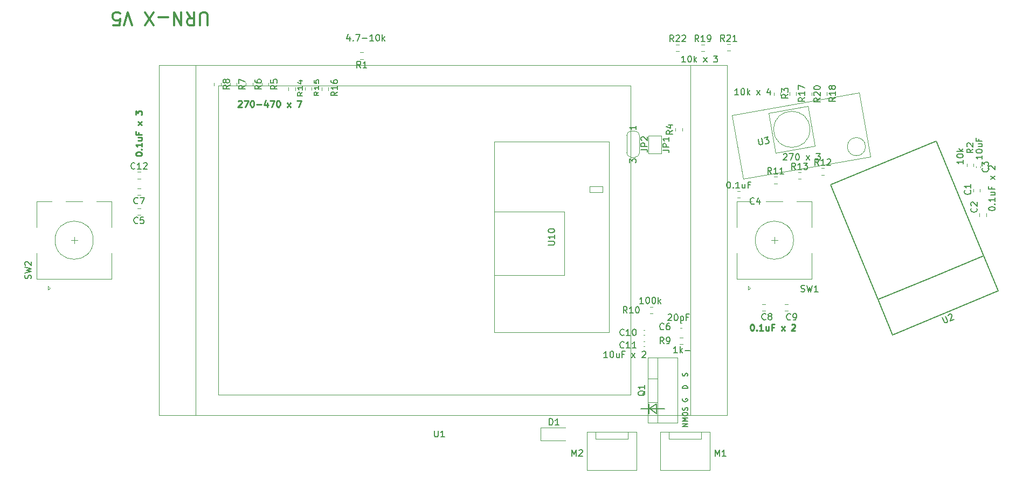
<source format=gbr>
G04 #@! TF.GenerationSoftware,KiCad,Pcbnew,5.1.9-73d0e3b20d~88~ubuntu20.04.1*
G04 #@! TF.CreationDate,2021-02-01T03:30:19+09:00*
G04 #@! TF.ProjectId,ESP32DUALDIAL,45535033-3244-4554-914c-4449414c2e6b,rev?*
G04 #@! TF.SameCoordinates,Original*
G04 #@! TF.FileFunction,Legend,Top*
G04 #@! TF.FilePolarity,Positive*
%FSLAX46Y46*%
G04 Gerber Fmt 4.6, Leading zero omitted, Abs format (unit mm)*
G04 Created by KiCad (PCBNEW 5.1.9-73d0e3b20d~88~ubuntu20.04.1) date 2021-02-01 03:30:19*
%MOMM*%
%LPD*%
G01*
G04 APERTURE LIST*
%ADD10C,0.300000*%
%ADD11C,0.150000*%
%ADD12C,0.200000*%
%ADD13C,0.250000*%
%ADD14C,0.120000*%
G04 APERTURE END LIST*
D10*
X80930952Y-76195238D02*
X80930952Y-74576190D01*
X80835714Y-74385714D01*
X80740476Y-74290476D01*
X80550000Y-74195238D01*
X80169047Y-74195238D01*
X79978571Y-74290476D01*
X79883333Y-74385714D01*
X79788095Y-74576190D01*
X79788095Y-76195238D01*
X77692857Y-74195238D02*
X78359523Y-75147619D01*
X78835714Y-74195238D02*
X78835714Y-76195238D01*
X78073809Y-76195238D01*
X77883333Y-76100000D01*
X77788095Y-76004761D01*
X77692857Y-75814285D01*
X77692857Y-75528571D01*
X77788095Y-75338095D01*
X77883333Y-75242857D01*
X78073809Y-75147619D01*
X78835714Y-75147619D01*
X76835714Y-74195238D02*
X76835714Y-76195238D01*
X75692857Y-74195238D01*
X75692857Y-76195238D01*
X74740476Y-74957142D02*
X73216666Y-74957142D01*
X72454761Y-76195238D02*
X71121428Y-74195238D01*
X71121428Y-76195238D02*
X72454761Y-74195238D01*
X69121428Y-76195238D02*
X68454761Y-74195238D01*
X67788095Y-76195238D01*
X66169047Y-76195238D02*
X67121428Y-76195238D01*
X67216666Y-75242857D01*
X67121428Y-75338095D01*
X66930952Y-75433333D01*
X66454761Y-75433333D01*
X66264285Y-75338095D01*
X66169047Y-75242857D01*
X66073809Y-75052380D01*
X66073809Y-74576190D01*
X66169047Y-74385714D01*
X66264285Y-74290476D01*
X66454761Y-74195238D01*
X66930952Y-74195238D01*
X67121428Y-74290476D01*
X67216666Y-74385714D01*
D11*
X164361904Y-87152380D02*
X163790476Y-87152380D01*
X164076190Y-87152380D02*
X164076190Y-86152380D01*
X163980952Y-86295238D01*
X163885714Y-86390476D01*
X163790476Y-86438095D01*
X164980952Y-86152380D02*
X165076190Y-86152380D01*
X165171428Y-86200000D01*
X165219047Y-86247619D01*
X165266666Y-86342857D01*
X165314285Y-86533333D01*
X165314285Y-86771428D01*
X165266666Y-86961904D01*
X165219047Y-87057142D01*
X165171428Y-87104761D01*
X165076190Y-87152380D01*
X164980952Y-87152380D01*
X164885714Y-87104761D01*
X164838095Y-87057142D01*
X164790476Y-86961904D01*
X164742857Y-86771428D01*
X164742857Y-86533333D01*
X164790476Y-86342857D01*
X164838095Y-86247619D01*
X164885714Y-86200000D01*
X164980952Y-86152380D01*
X165742857Y-87152380D02*
X165742857Y-86152380D01*
X165838095Y-86771428D02*
X166123809Y-87152380D01*
X166123809Y-86485714D02*
X165742857Y-86866666D01*
X167219047Y-87152380D02*
X167742857Y-86485714D01*
X167219047Y-86485714D02*
X167742857Y-87152380D01*
X169314285Y-86485714D02*
X169314285Y-87152380D01*
X169076190Y-86104761D02*
X168838095Y-86819047D01*
X169457142Y-86819047D01*
X156011904Y-82002380D02*
X155440476Y-82002380D01*
X155726190Y-82002380D02*
X155726190Y-81002380D01*
X155630952Y-81145238D01*
X155535714Y-81240476D01*
X155440476Y-81288095D01*
X156630952Y-81002380D02*
X156726190Y-81002380D01*
X156821428Y-81050000D01*
X156869047Y-81097619D01*
X156916666Y-81192857D01*
X156964285Y-81383333D01*
X156964285Y-81621428D01*
X156916666Y-81811904D01*
X156869047Y-81907142D01*
X156821428Y-81954761D01*
X156726190Y-82002380D01*
X156630952Y-82002380D01*
X156535714Y-81954761D01*
X156488095Y-81907142D01*
X156440476Y-81811904D01*
X156392857Y-81621428D01*
X156392857Y-81383333D01*
X156440476Y-81192857D01*
X156488095Y-81097619D01*
X156535714Y-81050000D01*
X156630952Y-81002380D01*
X157392857Y-82002380D02*
X157392857Y-81002380D01*
X157488095Y-81621428D02*
X157773809Y-82002380D01*
X157773809Y-81335714D02*
X157392857Y-81716666D01*
X158869047Y-82002380D02*
X159392857Y-81335714D01*
X158869047Y-81335714D02*
X159392857Y-82002380D01*
X160440476Y-81002380D02*
X161059523Y-81002380D01*
X160726190Y-81383333D01*
X160869047Y-81383333D01*
X160964285Y-81430952D01*
X161011904Y-81478571D01*
X161059523Y-81573809D01*
X161059523Y-81811904D01*
X161011904Y-81907142D01*
X160964285Y-81954761D01*
X160869047Y-82002380D01*
X160583333Y-82002380D01*
X160488095Y-81954761D01*
X160440476Y-81907142D01*
X171419047Y-96497619D02*
X171466666Y-96450000D01*
X171561904Y-96402380D01*
X171800000Y-96402380D01*
X171895238Y-96450000D01*
X171942857Y-96497619D01*
X171990476Y-96592857D01*
X171990476Y-96688095D01*
X171942857Y-96830952D01*
X171371428Y-97402380D01*
X171990476Y-97402380D01*
X172323809Y-96402380D02*
X172990476Y-96402380D01*
X172561904Y-97402380D01*
X173561904Y-96402380D02*
X173657142Y-96402380D01*
X173752380Y-96450000D01*
X173800000Y-96497619D01*
X173847619Y-96592857D01*
X173895238Y-96783333D01*
X173895238Y-97021428D01*
X173847619Y-97211904D01*
X173800000Y-97307142D01*
X173752380Y-97354761D01*
X173657142Y-97402380D01*
X173561904Y-97402380D01*
X173466666Y-97354761D01*
X173419047Y-97307142D01*
X173371428Y-97211904D01*
X173323809Y-97021428D01*
X173323809Y-96783333D01*
X173371428Y-96592857D01*
X173419047Y-96497619D01*
X173466666Y-96450000D01*
X173561904Y-96402380D01*
X174990476Y-97402380D02*
X175514285Y-96735714D01*
X174990476Y-96735714D02*
X175514285Y-97402380D01*
X176561904Y-96402380D02*
X177180952Y-96402380D01*
X176847619Y-96783333D01*
X176990476Y-96783333D01*
X177085714Y-96830952D01*
X177133333Y-96878571D01*
X177180952Y-96973809D01*
X177180952Y-97211904D01*
X177133333Y-97307142D01*
X177085714Y-97354761D01*
X176990476Y-97402380D01*
X176704761Y-97402380D01*
X176609523Y-97354761D01*
X176561904Y-97307142D01*
X149428571Y-119952380D02*
X148857142Y-119952380D01*
X149142857Y-119952380D02*
X149142857Y-118952380D01*
X149047619Y-119095238D01*
X148952380Y-119190476D01*
X148857142Y-119238095D01*
X150047619Y-118952380D02*
X150142857Y-118952380D01*
X150238095Y-119000000D01*
X150285714Y-119047619D01*
X150333333Y-119142857D01*
X150380952Y-119333333D01*
X150380952Y-119571428D01*
X150333333Y-119761904D01*
X150285714Y-119857142D01*
X150238095Y-119904761D01*
X150142857Y-119952380D01*
X150047619Y-119952380D01*
X149952380Y-119904761D01*
X149904761Y-119857142D01*
X149857142Y-119761904D01*
X149809523Y-119571428D01*
X149809523Y-119333333D01*
X149857142Y-119142857D01*
X149904761Y-119047619D01*
X149952380Y-119000000D01*
X150047619Y-118952380D01*
X151000000Y-118952380D02*
X151095238Y-118952380D01*
X151190476Y-119000000D01*
X151238095Y-119047619D01*
X151285714Y-119142857D01*
X151333333Y-119333333D01*
X151333333Y-119571428D01*
X151285714Y-119761904D01*
X151238095Y-119857142D01*
X151190476Y-119904761D01*
X151095238Y-119952380D01*
X151000000Y-119952380D01*
X150904761Y-119904761D01*
X150857142Y-119857142D01*
X150809523Y-119761904D01*
X150761904Y-119571428D01*
X150761904Y-119333333D01*
X150809523Y-119142857D01*
X150857142Y-119047619D01*
X150904761Y-119000000D01*
X151000000Y-118952380D01*
X151761904Y-119952380D02*
X151761904Y-118952380D01*
X151857142Y-119571428D02*
X152142857Y-119952380D01*
X152142857Y-119285714D02*
X151761904Y-119666666D01*
X156361904Y-139300000D02*
X155561904Y-139300000D01*
X156361904Y-138842857D01*
X155561904Y-138842857D01*
X156361904Y-138461904D02*
X155561904Y-138461904D01*
X156133333Y-138195238D01*
X155561904Y-137928571D01*
X156361904Y-137928571D01*
X155561904Y-137395238D02*
X155561904Y-137242857D01*
X155600000Y-137166666D01*
X155676190Y-137090476D01*
X155828571Y-137052380D01*
X156095238Y-137052380D01*
X156247619Y-137090476D01*
X156323809Y-137166666D01*
X156361904Y-137242857D01*
X156361904Y-137395238D01*
X156323809Y-137471428D01*
X156247619Y-137547619D01*
X156095238Y-137585714D01*
X155828571Y-137585714D01*
X155676190Y-137547619D01*
X155600000Y-137471428D01*
X155561904Y-137395238D01*
X156323809Y-136747619D02*
X156361904Y-136633333D01*
X156361904Y-136442857D01*
X156323809Y-136366666D01*
X156285714Y-136328571D01*
X156209523Y-136290476D01*
X156133333Y-136290476D01*
X156057142Y-136328571D01*
X156019047Y-136366666D01*
X155980952Y-136442857D01*
X155942857Y-136595238D01*
X155904761Y-136671428D01*
X155866666Y-136709523D01*
X155790476Y-136747619D01*
X155714285Y-136747619D01*
X155638095Y-136709523D01*
X155600000Y-136671428D01*
X155561904Y-136595238D01*
X155561904Y-136404761D01*
X155600000Y-136290476D01*
X155600000Y-134919047D02*
X155561904Y-134995238D01*
X155561904Y-135109523D01*
X155600000Y-135223809D01*
X155676190Y-135300000D01*
X155752380Y-135338095D01*
X155904761Y-135376190D01*
X156019047Y-135376190D01*
X156171428Y-135338095D01*
X156247619Y-135300000D01*
X156323809Y-135223809D01*
X156361904Y-135109523D01*
X156361904Y-135033333D01*
X156323809Y-134919047D01*
X156285714Y-134880952D01*
X156019047Y-134880952D01*
X156019047Y-135033333D01*
X156361904Y-133319047D02*
X155561904Y-133319047D01*
X155561904Y-133128571D01*
X155600000Y-133014285D01*
X155676190Y-132938095D01*
X155752380Y-132900000D01*
X155904761Y-132861904D01*
X156019047Y-132861904D01*
X156171428Y-132900000D01*
X156247619Y-132938095D01*
X156323809Y-133014285D01*
X156361904Y-133128571D01*
X156361904Y-133319047D01*
X156323809Y-131338095D02*
X156361904Y-131223809D01*
X156361904Y-131033333D01*
X156323809Y-130957142D01*
X156285714Y-130919047D01*
X156209523Y-130880952D01*
X156133333Y-130880952D01*
X156057142Y-130919047D01*
X156019047Y-130957142D01*
X155980952Y-131033333D01*
X155942857Y-131185714D01*
X155904761Y-131261904D01*
X155866666Y-131300000D01*
X155790476Y-131338095D01*
X155714285Y-131338095D01*
X155638095Y-131300000D01*
X155600000Y-131261904D01*
X155561904Y-131185714D01*
X155561904Y-130995238D01*
X155600000Y-130880952D01*
X149000000Y-136500000D02*
X152750000Y-136500000D01*
X151500000Y-137250000D02*
X150500000Y-136500000D01*
X151500000Y-135750000D02*
X151500000Y-137250000D01*
X150250000Y-136500000D02*
X151500000Y-135750000D01*
X150250000Y-135750000D02*
X150250000Y-137250000D01*
X143785714Y-128452380D02*
X143214285Y-128452380D01*
X143500000Y-128452380D02*
X143500000Y-127452380D01*
X143404761Y-127595238D01*
X143309523Y-127690476D01*
X143214285Y-127738095D01*
X144404761Y-127452380D02*
X144500000Y-127452380D01*
X144595238Y-127500000D01*
X144642857Y-127547619D01*
X144690476Y-127642857D01*
X144738095Y-127833333D01*
X144738095Y-128071428D01*
X144690476Y-128261904D01*
X144642857Y-128357142D01*
X144595238Y-128404761D01*
X144500000Y-128452380D01*
X144404761Y-128452380D01*
X144309523Y-128404761D01*
X144261904Y-128357142D01*
X144214285Y-128261904D01*
X144166666Y-128071428D01*
X144166666Y-127833333D01*
X144214285Y-127642857D01*
X144261904Y-127547619D01*
X144309523Y-127500000D01*
X144404761Y-127452380D01*
X145595238Y-127785714D02*
X145595238Y-128452380D01*
X145166666Y-127785714D02*
X145166666Y-128309523D01*
X145214285Y-128404761D01*
X145309523Y-128452380D01*
X145452380Y-128452380D01*
X145547619Y-128404761D01*
X145595238Y-128357142D01*
X146404761Y-127928571D02*
X146071428Y-127928571D01*
X146071428Y-128452380D02*
X146071428Y-127452380D01*
X146547619Y-127452380D01*
X147595238Y-128452380D02*
X148119047Y-127785714D01*
X147595238Y-127785714D02*
X148119047Y-128452380D01*
X149214285Y-127547619D02*
X149261904Y-127500000D01*
X149357142Y-127452380D01*
X149595238Y-127452380D01*
X149690476Y-127500000D01*
X149738095Y-127547619D01*
X149785714Y-127642857D01*
X149785714Y-127738095D01*
X149738095Y-127880952D01*
X149166666Y-128452380D01*
X149785714Y-128452380D01*
X153297142Y-121721619D02*
X153344761Y-121674000D01*
X153440000Y-121626380D01*
X153678095Y-121626380D01*
X153773333Y-121674000D01*
X153820952Y-121721619D01*
X153868571Y-121816857D01*
X153868571Y-121912095D01*
X153820952Y-122054952D01*
X153249523Y-122626380D01*
X153868571Y-122626380D01*
X154487619Y-121626380D02*
X154582857Y-121626380D01*
X154678095Y-121674000D01*
X154725714Y-121721619D01*
X154773333Y-121816857D01*
X154820952Y-122007333D01*
X154820952Y-122245428D01*
X154773333Y-122435904D01*
X154725714Y-122531142D01*
X154678095Y-122578761D01*
X154582857Y-122626380D01*
X154487619Y-122626380D01*
X154392380Y-122578761D01*
X154344761Y-122531142D01*
X154297142Y-122435904D01*
X154249523Y-122245428D01*
X154249523Y-122007333D01*
X154297142Y-121816857D01*
X154344761Y-121721619D01*
X154392380Y-121674000D01*
X154487619Y-121626380D01*
X155249523Y-121959714D02*
X155249523Y-122959714D01*
X155249523Y-122007333D02*
X155344761Y-121959714D01*
X155535238Y-121959714D01*
X155630476Y-122007333D01*
X155678095Y-122054952D01*
X155725714Y-122150190D01*
X155725714Y-122435904D01*
X155678095Y-122531142D01*
X155630476Y-122578761D01*
X155535238Y-122626380D01*
X155344761Y-122626380D01*
X155249523Y-122578761D01*
X156487619Y-122102571D02*
X156154285Y-122102571D01*
X156154285Y-122626380D02*
X156154285Y-121626380D01*
X156630476Y-121626380D01*
X154761904Y-127706380D02*
X154190476Y-127706380D01*
X154476190Y-127706380D02*
X154476190Y-126706380D01*
X154380952Y-126849238D01*
X154285714Y-126944476D01*
X154190476Y-126992095D01*
X155190476Y-127706380D02*
X155190476Y-126706380D01*
X155285714Y-127325428D02*
X155571428Y-127706380D01*
X155571428Y-127039714D02*
X155190476Y-127420666D01*
X156000000Y-127325428D02*
X156761904Y-127325428D01*
X103300000Y-77985714D02*
X103300000Y-78652380D01*
X103061904Y-77604761D02*
X102823809Y-78319047D01*
X103442857Y-78319047D01*
X103823809Y-78557142D02*
X103871428Y-78604761D01*
X103823809Y-78652380D01*
X103776190Y-78604761D01*
X103823809Y-78557142D01*
X103823809Y-78652380D01*
X104204761Y-77652380D02*
X104871428Y-77652380D01*
X104442857Y-78652380D01*
X105252380Y-78271428D02*
X106014285Y-78271428D01*
X107014285Y-78652380D02*
X106442857Y-78652380D01*
X106728571Y-78652380D02*
X106728571Y-77652380D01*
X106633333Y-77795238D01*
X106538095Y-77890476D01*
X106442857Y-77938095D01*
X107633333Y-77652380D02*
X107728571Y-77652380D01*
X107823809Y-77700000D01*
X107871428Y-77747619D01*
X107919047Y-77842857D01*
X107966666Y-78033333D01*
X107966666Y-78271428D01*
X107919047Y-78461904D01*
X107871428Y-78557142D01*
X107823809Y-78604761D01*
X107728571Y-78652380D01*
X107633333Y-78652380D01*
X107538095Y-78604761D01*
X107490476Y-78557142D01*
X107442857Y-78461904D01*
X107395238Y-78271428D01*
X107395238Y-78033333D01*
X107442857Y-77842857D01*
X107490476Y-77747619D01*
X107538095Y-77700000D01*
X107633333Y-77652380D01*
X108395238Y-78652380D02*
X108395238Y-77652380D01*
X108490476Y-78271428D02*
X108776190Y-78652380D01*
X108776190Y-77985714D02*
X108395238Y-78366666D01*
X199652380Y-97395238D02*
X199652380Y-97966666D01*
X199652380Y-97680952D02*
X198652380Y-97680952D01*
X198795238Y-97776190D01*
X198890476Y-97871428D01*
X198938095Y-97966666D01*
X198652380Y-96776190D02*
X198652380Y-96680952D01*
X198700000Y-96585714D01*
X198747619Y-96538095D01*
X198842857Y-96490476D01*
X199033333Y-96442857D01*
X199271428Y-96442857D01*
X199461904Y-96490476D01*
X199557142Y-96538095D01*
X199604761Y-96585714D01*
X199652380Y-96680952D01*
X199652380Y-96776190D01*
X199604761Y-96871428D01*
X199557142Y-96919047D01*
X199461904Y-96966666D01*
X199271428Y-97014285D01*
X199033333Y-97014285D01*
X198842857Y-96966666D01*
X198747619Y-96919047D01*
X198700000Y-96871428D01*
X198652380Y-96776190D01*
X199652380Y-96014285D02*
X198652380Y-96014285D01*
X199271428Y-95919047D02*
X199652380Y-95633333D01*
X198985714Y-95633333D02*
X199366666Y-96014285D01*
X202652380Y-96671428D02*
X202652380Y-97242857D01*
X202652380Y-96957142D02*
X201652380Y-96957142D01*
X201795238Y-97052380D01*
X201890476Y-97147619D01*
X201938095Y-97242857D01*
X201652380Y-96052380D02*
X201652380Y-95957142D01*
X201700000Y-95861904D01*
X201747619Y-95814285D01*
X201842857Y-95766666D01*
X202033333Y-95719047D01*
X202271428Y-95719047D01*
X202461904Y-95766666D01*
X202557142Y-95814285D01*
X202604761Y-95861904D01*
X202652380Y-95957142D01*
X202652380Y-96052380D01*
X202604761Y-96147619D01*
X202557142Y-96195238D01*
X202461904Y-96242857D01*
X202271428Y-96290476D01*
X202033333Y-96290476D01*
X201842857Y-96242857D01*
X201747619Y-96195238D01*
X201700000Y-96147619D01*
X201652380Y-96052380D01*
X201985714Y-94861904D02*
X202652380Y-94861904D01*
X201985714Y-95290476D02*
X202509523Y-95290476D01*
X202604761Y-95242857D01*
X202652380Y-95147619D01*
X202652380Y-95004761D01*
X202604761Y-94909523D01*
X202557142Y-94861904D01*
X202128571Y-94052380D02*
X202128571Y-94385714D01*
X202652380Y-94385714D02*
X201652380Y-94385714D01*
X201652380Y-93909523D01*
D12*
X203652380Y-105085714D02*
X203652380Y-104990476D01*
X203700000Y-104895238D01*
X203747619Y-104847619D01*
X203842857Y-104800000D01*
X204033333Y-104752380D01*
X204271428Y-104752380D01*
X204461904Y-104800000D01*
X204557142Y-104847619D01*
X204604761Y-104895238D01*
X204652380Y-104990476D01*
X204652380Y-105085714D01*
X204604761Y-105180952D01*
X204557142Y-105228571D01*
X204461904Y-105276190D01*
X204271428Y-105323809D01*
X204033333Y-105323809D01*
X203842857Y-105276190D01*
X203747619Y-105228571D01*
X203700000Y-105180952D01*
X203652380Y-105085714D01*
X204557142Y-104323809D02*
X204604761Y-104276190D01*
X204652380Y-104323809D01*
X204604761Y-104371428D01*
X204557142Y-104323809D01*
X204652380Y-104323809D01*
X204652380Y-103323809D02*
X204652380Y-103895238D01*
X204652380Y-103609523D02*
X203652380Y-103609523D01*
X203795238Y-103704761D01*
X203890476Y-103800000D01*
X203938095Y-103895238D01*
X203985714Y-102466666D02*
X204652380Y-102466666D01*
X203985714Y-102895238D02*
X204509523Y-102895238D01*
X204604761Y-102847619D01*
X204652380Y-102752380D01*
X204652380Y-102609523D01*
X204604761Y-102514285D01*
X204557142Y-102466666D01*
X204128571Y-101657142D02*
X204128571Y-101990476D01*
X204652380Y-101990476D02*
X203652380Y-101990476D01*
X203652380Y-101514285D01*
X204652380Y-100466666D02*
X203985714Y-99942857D01*
X203985714Y-100466666D02*
X204652380Y-99942857D01*
X203747619Y-98847619D02*
X203700000Y-98800000D01*
X203652380Y-98704761D01*
X203652380Y-98466666D01*
X203700000Y-98371428D01*
X203747619Y-98323809D01*
X203842857Y-98276190D01*
X203938095Y-98276190D01*
X204080952Y-98323809D01*
X204652380Y-98895238D01*
X204652380Y-98276190D01*
D13*
X166464285Y-123202380D02*
X166559523Y-123202380D01*
X166654761Y-123250000D01*
X166702380Y-123297619D01*
X166750000Y-123392857D01*
X166797619Y-123583333D01*
X166797619Y-123821428D01*
X166750000Y-124011904D01*
X166702380Y-124107142D01*
X166654761Y-124154761D01*
X166559523Y-124202380D01*
X166464285Y-124202380D01*
X166369047Y-124154761D01*
X166321428Y-124107142D01*
X166273809Y-124011904D01*
X166226190Y-123821428D01*
X166226190Y-123583333D01*
X166273809Y-123392857D01*
X166321428Y-123297619D01*
X166369047Y-123250000D01*
X166464285Y-123202380D01*
X167226190Y-124107142D02*
X167273809Y-124154761D01*
X167226190Y-124202380D01*
X167178571Y-124154761D01*
X167226190Y-124107142D01*
X167226190Y-124202380D01*
X168226190Y-124202380D02*
X167654761Y-124202380D01*
X167940476Y-124202380D02*
X167940476Y-123202380D01*
X167845238Y-123345238D01*
X167750000Y-123440476D01*
X167654761Y-123488095D01*
X169083333Y-123535714D02*
X169083333Y-124202380D01*
X168654761Y-123535714D02*
X168654761Y-124059523D01*
X168702380Y-124154761D01*
X168797619Y-124202380D01*
X168940476Y-124202380D01*
X169035714Y-124154761D01*
X169083333Y-124107142D01*
X169892857Y-123678571D02*
X169559523Y-123678571D01*
X169559523Y-124202380D02*
X169559523Y-123202380D01*
X170035714Y-123202380D01*
X171083333Y-124202380D02*
X171607142Y-123535714D01*
X171083333Y-123535714D02*
X171607142Y-124202380D01*
X172702380Y-123297619D02*
X172750000Y-123250000D01*
X172845238Y-123202380D01*
X173083333Y-123202380D01*
X173178571Y-123250000D01*
X173226190Y-123297619D01*
X173273809Y-123392857D01*
X173273809Y-123488095D01*
X173226190Y-123630952D01*
X172654761Y-124202380D01*
X173273809Y-124202380D01*
X85771428Y-88147619D02*
X85819047Y-88100000D01*
X85914285Y-88052380D01*
X86152380Y-88052380D01*
X86247619Y-88100000D01*
X86295238Y-88147619D01*
X86342857Y-88242857D01*
X86342857Y-88338095D01*
X86295238Y-88480952D01*
X85723809Y-89052380D01*
X86342857Y-89052380D01*
X86676190Y-88052380D02*
X87342857Y-88052380D01*
X86914285Y-89052380D01*
X87914285Y-88052380D02*
X88009523Y-88052380D01*
X88104761Y-88100000D01*
X88152380Y-88147619D01*
X88200000Y-88242857D01*
X88247619Y-88433333D01*
X88247619Y-88671428D01*
X88200000Y-88861904D01*
X88152380Y-88957142D01*
X88104761Y-89004761D01*
X88009523Y-89052380D01*
X87914285Y-89052380D01*
X87819047Y-89004761D01*
X87771428Y-88957142D01*
X87723809Y-88861904D01*
X87676190Y-88671428D01*
X87676190Y-88433333D01*
X87723809Y-88242857D01*
X87771428Y-88147619D01*
X87819047Y-88100000D01*
X87914285Y-88052380D01*
X88676190Y-88671428D02*
X89438095Y-88671428D01*
X90342857Y-88385714D02*
X90342857Y-89052380D01*
X90104761Y-88004761D02*
X89866666Y-88719047D01*
X90485714Y-88719047D01*
X90771428Y-88052380D02*
X91438095Y-88052380D01*
X91009523Y-89052380D01*
X92009523Y-88052380D02*
X92104761Y-88052380D01*
X92200000Y-88100000D01*
X92247619Y-88147619D01*
X92295238Y-88242857D01*
X92342857Y-88433333D01*
X92342857Y-88671428D01*
X92295238Y-88861904D01*
X92247619Y-88957142D01*
X92200000Y-89004761D01*
X92104761Y-89052380D01*
X92009523Y-89052380D01*
X91914285Y-89004761D01*
X91866666Y-88957142D01*
X91819047Y-88861904D01*
X91771428Y-88671428D01*
X91771428Y-88433333D01*
X91819047Y-88242857D01*
X91866666Y-88147619D01*
X91914285Y-88100000D01*
X92009523Y-88052380D01*
X93438095Y-89052380D02*
X93961904Y-88385714D01*
X93438095Y-88385714D02*
X93961904Y-89052380D01*
X95009523Y-88052380D02*
X95676190Y-88052380D01*
X95247619Y-89052380D01*
X69652380Y-96485714D02*
X69652380Y-96390476D01*
X69700000Y-96295238D01*
X69747619Y-96247619D01*
X69842857Y-96200000D01*
X70033333Y-96152380D01*
X70271428Y-96152380D01*
X70461904Y-96200000D01*
X70557142Y-96247619D01*
X70604761Y-96295238D01*
X70652380Y-96390476D01*
X70652380Y-96485714D01*
X70604761Y-96580952D01*
X70557142Y-96628571D01*
X70461904Y-96676190D01*
X70271428Y-96723809D01*
X70033333Y-96723809D01*
X69842857Y-96676190D01*
X69747619Y-96628571D01*
X69700000Y-96580952D01*
X69652380Y-96485714D01*
X70557142Y-95723809D02*
X70604761Y-95676190D01*
X70652380Y-95723809D01*
X70604761Y-95771428D01*
X70557142Y-95723809D01*
X70652380Y-95723809D01*
X70652380Y-94723809D02*
X70652380Y-95295238D01*
X70652380Y-95009523D02*
X69652380Y-95009523D01*
X69795238Y-95104761D01*
X69890476Y-95200000D01*
X69938095Y-95295238D01*
X69985714Y-93866666D02*
X70652380Y-93866666D01*
X69985714Y-94295238D02*
X70509523Y-94295238D01*
X70604761Y-94247619D01*
X70652380Y-94152380D01*
X70652380Y-94009523D01*
X70604761Y-93914285D01*
X70557142Y-93866666D01*
X70128571Y-93057142D02*
X70128571Y-93390476D01*
X70652380Y-93390476D02*
X69652380Y-93390476D01*
X69652380Y-92914285D01*
X70652380Y-91866666D02*
X69985714Y-91342857D01*
X69985714Y-91866666D02*
X70652380Y-91342857D01*
X69652380Y-90295238D02*
X69652380Y-89676190D01*
X70033333Y-90009523D01*
X70033333Y-89866666D01*
X70080952Y-89771428D01*
X70128571Y-89723809D01*
X70223809Y-89676190D01*
X70461904Y-89676190D01*
X70557142Y-89723809D01*
X70604761Y-89771428D01*
X70652380Y-89866666D01*
X70652380Y-90152380D01*
X70604761Y-90247619D01*
X70557142Y-90295238D01*
D11*
X186259109Y-119329970D02*
X194574025Y-115885819D01*
X188555210Y-124873247D02*
X186259109Y-119329970D01*
X205185042Y-117984946D02*
X188555210Y-124873247D01*
X202888941Y-112441668D02*
X205185042Y-117984946D01*
X194574025Y-115885819D02*
X202888941Y-112441668D01*
X178796782Y-101314319D02*
X186259109Y-119329970D01*
X195426614Y-94426018D02*
X178796782Y-101314319D01*
X202888941Y-112441668D02*
X195426614Y-94426018D01*
D14*
X162600000Y-137500000D02*
X162600000Y-82500000D01*
X162600000Y-82500000D02*
X73300000Y-82500000D01*
X73300000Y-82500000D02*
X73300000Y-137500000D01*
X73300000Y-137500000D02*
X162600000Y-137500000D01*
X156800000Y-137500000D02*
X156800000Y-82500000D01*
X79100000Y-137500000D02*
X79100000Y-82500000D01*
X82600000Y-85700000D02*
X82600000Y-134300000D01*
X147400000Y-85700000D02*
X147400000Y-134300000D01*
X147400000Y-85700000D02*
X82600000Y-85700000D01*
X82600000Y-134300000D02*
X147400000Y-134300000D01*
X202272500Y-101937742D02*
X202272500Y-102412258D01*
X201227500Y-101937742D02*
X201227500Y-102412258D01*
X203272500Y-106237258D02*
X203272500Y-105762742D01*
X202227500Y-106237258D02*
X202227500Y-105762742D01*
X202360000Y-98372164D02*
X202360000Y-98587836D01*
X201640000Y-98372164D02*
X201640000Y-98587836D01*
X155196164Y-123780000D02*
X155411836Y-123780000D01*
X155196164Y-123060000D02*
X155411836Y-123060000D01*
X150146000Y-131753000D02*
X151656000Y-131753000D01*
X150146000Y-135454000D02*
X151656000Y-135454000D01*
X151656000Y-138724000D02*
X151656000Y-128484000D01*
X150146000Y-128484000D02*
X154787000Y-128484000D01*
X150146000Y-138724000D02*
X154787000Y-138724000D01*
X154787000Y-138724000D02*
X154787000Y-128484000D01*
X150146000Y-138724000D02*
X150146000Y-128484000D01*
X105412258Y-80477500D02*
X104937742Y-80477500D01*
X105412258Y-81522500D02*
X104937742Y-81522500D01*
X201272500Y-97937742D02*
X201272500Y-98412258D01*
X200227500Y-97937742D02*
X200227500Y-98412258D01*
X170972500Y-87237258D02*
X170972500Y-86762742D01*
X169927500Y-87237258D02*
X169927500Y-86762742D01*
X89477500Y-85262742D02*
X89477500Y-85737258D01*
X90522500Y-85262742D02*
X90522500Y-85737258D01*
X88022500Y-85262742D02*
X88022500Y-85737258D01*
X86977500Y-85262742D02*
X86977500Y-85737258D01*
X84477500Y-85262742D02*
X84477500Y-85737258D01*
X85522500Y-85262742D02*
X85522500Y-85737258D01*
X83022500Y-85237742D02*
X83022500Y-85712258D01*
X81977500Y-85237742D02*
X81977500Y-85712258D01*
X155121742Y-126342500D02*
X155596258Y-126342500D01*
X155121742Y-125297500D02*
X155596258Y-125297500D01*
X150437742Y-121522500D02*
X150912258Y-121522500D01*
X150437742Y-120477500D02*
X150912258Y-120477500D01*
X173000000Y-110000000D02*
G75*
G03*
X173000000Y-110000000I-3000000J0D01*
G01*
X164100000Y-108000000D02*
X164100000Y-103900000D01*
X175900000Y-103900000D02*
X175900000Y-108000000D01*
X175900000Y-112000000D02*
X175900000Y-116100000D01*
X164100000Y-112000000D02*
X164100000Y-116100000D01*
X164100000Y-116100000D02*
X175900000Y-116100000D01*
X166200000Y-117500000D02*
X165900000Y-117800000D01*
X165900000Y-117800000D02*
X165900000Y-117200000D01*
X165900000Y-117200000D02*
X166200000Y-117500000D01*
X164100000Y-103900000D02*
X166500000Y-103900000D01*
X168700000Y-103900000D02*
X171300000Y-103900000D01*
X173500000Y-103900000D02*
X175900000Y-103900000D01*
X169500000Y-110000000D02*
X170500000Y-110000000D01*
X170000000Y-110500000D02*
X170000000Y-109500000D01*
X60000000Y-110500000D02*
X60000000Y-109500000D01*
X59500000Y-110000000D02*
X60500000Y-110000000D01*
X63500000Y-103900000D02*
X65900000Y-103900000D01*
X58700000Y-103900000D02*
X61300000Y-103900000D01*
X54100000Y-103900000D02*
X56500000Y-103900000D01*
X55900000Y-117200000D02*
X56200000Y-117500000D01*
X55900000Y-117800000D02*
X55900000Y-117200000D01*
X56200000Y-117500000D02*
X55900000Y-117800000D01*
X54100000Y-116100000D02*
X65900000Y-116100000D01*
X54100000Y-112000000D02*
X54100000Y-116100000D01*
X65900000Y-112000000D02*
X65900000Y-116100000D01*
X65900000Y-103900000D02*
X65900000Y-108000000D01*
X54100000Y-108000000D02*
X54100000Y-103900000D01*
X63000000Y-110000000D02*
G75*
G03*
X63000000Y-110000000I-3000000J0D01*
G01*
X152200000Y-93600000D02*
X152200000Y-96400000D01*
X152200000Y-96400000D02*
X150200000Y-96400000D01*
X150200000Y-96400000D02*
X150200000Y-93600000D01*
X150200000Y-93600000D02*
X152200000Y-93600000D01*
X148800000Y-93500000D02*
X148800000Y-96300000D01*
X148100000Y-96950000D02*
X147500000Y-96950000D01*
X146800000Y-96300000D02*
X146800000Y-93500000D01*
X147500000Y-92850000D02*
X148100000Y-92850000D01*
X148800000Y-96250000D02*
G75*
G02*
X148100000Y-96950000I-700000J0D01*
G01*
X147500000Y-96950000D02*
G75*
G02*
X146800000Y-96250000I0J700000D01*
G01*
X146800000Y-93550000D02*
G75*
G02*
X147500000Y-92850000I700000J0D01*
G01*
X148100000Y-92850000D02*
G75*
G02*
X148800000Y-93550000I0J-700000D01*
G01*
X155522500Y-92837258D02*
X155522500Y-92362742D01*
X154477500Y-92837258D02*
X154477500Y-92362742D01*
X170153329Y-96247925D02*
X169050663Y-89994396D01*
X176406859Y-95145259D02*
X170153329Y-96247925D01*
X175304193Y-88891730D02*
X176406859Y-95145259D01*
X169050663Y-89994396D02*
X175304193Y-88891730D01*
X175568568Y-92569827D02*
G75*
G03*
X175568568Y-92569827I-2839807J0D01*
G01*
X184300824Y-95293299D02*
G75*
G03*
X184300824Y-95293299I-1419903J0D01*
G01*
X183323514Y-86832911D02*
X163312220Y-90361442D01*
X185087780Y-96838558D02*
X183323514Y-86832911D01*
X165076486Y-100367089D02*
X185087780Y-96838558D01*
X163312220Y-90361442D02*
X165076486Y-100367089D01*
X164637258Y-103322500D02*
X164162742Y-103322500D01*
X164637258Y-102277500D02*
X164162742Y-102277500D01*
X70412258Y-104977500D02*
X69937742Y-104977500D01*
X70412258Y-106022500D02*
X69937742Y-106022500D01*
X70412258Y-102922500D02*
X69937742Y-102922500D01*
X70412258Y-101877500D02*
X69937742Y-101877500D01*
X168062742Y-121122500D02*
X168537258Y-121122500D01*
X168062742Y-120077500D02*
X168537258Y-120077500D01*
X172137258Y-120077500D02*
X171662742Y-120077500D01*
X172137258Y-121122500D02*
X171662742Y-121122500D01*
X149412164Y-124172000D02*
X149627836Y-124172000D01*
X149412164Y-124892000D02*
X149627836Y-124892000D01*
X149627836Y-125950000D02*
X149412164Y-125950000D01*
X149627836Y-126670000D02*
X149412164Y-126670000D01*
X133300000Y-139500000D02*
X137150000Y-139500000D01*
X133300000Y-141500000D02*
X137150000Y-141500000D01*
X133300000Y-139500000D02*
X133300000Y-141500000D01*
X69962742Y-100322500D02*
X70437258Y-100322500D01*
X69962742Y-99277500D02*
X70437258Y-99277500D01*
X144000000Y-94500000D02*
X144000000Y-124500000D01*
X144000000Y-124500000D02*
X126000000Y-124500000D01*
X126000000Y-124500000D02*
X126000000Y-94500000D01*
X126000000Y-94500000D02*
X144000000Y-94500000D01*
X144000000Y-94500000D02*
X144000000Y-124500000D01*
X141000000Y-101500000D02*
X141000000Y-102500000D01*
X141000000Y-102500000D02*
X143000000Y-102500000D01*
X143000000Y-102500000D02*
X143000000Y-101500000D01*
X143000000Y-101500000D02*
X141000000Y-101500000D01*
X126000000Y-105500000D02*
X137000000Y-105500000D01*
X137000000Y-105500000D02*
X137000000Y-115500000D01*
X137000000Y-115500000D02*
X126000000Y-115500000D01*
X159850000Y-140100000D02*
X159850000Y-146150000D01*
X159850000Y-146150000D02*
X152050000Y-146150000D01*
X152050000Y-146150000D02*
X152050000Y-140100000D01*
X152050000Y-140100000D02*
X159850000Y-140100000D01*
X158500000Y-140200000D02*
X158500000Y-141210000D01*
X158500000Y-141210000D02*
X153420000Y-141210000D01*
X153420000Y-141210000D02*
X153420000Y-140200000D01*
X141920000Y-141210000D02*
X141920000Y-140200000D01*
X147000000Y-141210000D02*
X141920000Y-141210000D01*
X147000000Y-140200000D02*
X147000000Y-141210000D01*
X140550000Y-140100000D02*
X148350000Y-140100000D01*
X140550000Y-146150000D02*
X140550000Y-140100000D01*
X148350000Y-146150000D02*
X140550000Y-146150000D01*
X148350000Y-140100000D02*
X148350000Y-146150000D01*
X169937742Y-101072500D02*
X170412258Y-101072500D01*
X169937742Y-100027500D02*
X170412258Y-100027500D01*
X173712742Y-100372500D02*
X174187258Y-100372500D01*
X173712742Y-99327500D02*
X174187258Y-99327500D01*
X93677500Y-86437258D02*
X93677500Y-85962742D01*
X94722500Y-86437258D02*
X94722500Y-85962742D01*
X97322500Y-86412258D02*
X97322500Y-85937742D01*
X96277500Y-86412258D02*
X96277500Y-85937742D01*
X98877500Y-86437258D02*
X98877500Y-85962742D01*
X99922500Y-86437258D02*
X99922500Y-85962742D01*
X173422500Y-86712742D02*
X173422500Y-87187258D01*
X172377500Y-86712742D02*
X172377500Y-87187258D01*
X177177500Y-86712742D02*
X177177500Y-87187258D01*
X178222500Y-86712742D02*
X178222500Y-87187258D01*
X158512742Y-80272500D02*
X158987258Y-80272500D01*
X158512742Y-79227500D02*
X158987258Y-79227500D01*
X175822500Y-86762742D02*
X175822500Y-87237258D01*
X174777500Y-86762742D02*
X174777500Y-87237258D01*
X162562742Y-79177500D02*
X163037258Y-79177500D01*
X162562742Y-80222500D02*
X163037258Y-80222500D01*
X154562742Y-80272500D02*
X155037258Y-80272500D01*
X154562742Y-79227500D02*
X155037258Y-79227500D01*
X177362742Y-99722500D02*
X177837258Y-99722500D01*
X177362742Y-98677500D02*
X177837258Y-98677500D01*
D11*
X196339336Y-122138610D02*
X196649127Y-122886512D01*
X196729567Y-122956278D01*
X196791784Y-122982049D01*
X196897996Y-122989597D01*
X197073973Y-122916705D01*
X197143739Y-122836265D01*
X197169510Y-122774048D01*
X197177058Y-122667836D01*
X196867267Y-121919934D01*
X197299661Y-121843915D02*
X197325432Y-121781698D01*
X197395198Y-121701257D01*
X197615169Y-121610142D01*
X197721381Y-121617690D01*
X197783598Y-121643462D01*
X197864038Y-121713227D01*
X197900484Y-121801216D01*
X197911159Y-121951422D01*
X197601904Y-122698029D01*
X198173830Y-122461130D01*
X116598095Y-139932380D02*
X116598095Y-140741904D01*
X116645714Y-140837142D01*
X116693333Y-140884761D01*
X116788571Y-140932380D01*
X116979047Y-140932380D01*
X117074285Y-140884761D01*
X117121904Y-140837142D01*
X117169523Y-140741904D01*
X117169523Y-139932380D01*
X118169523Y-140932380D02*
X117598095Y-140932380D01*
X117883809Y-140932380D02*
X117883809Y-139932380D01*
X117788571Y-140075238D01*
X117693333Y-140170476D01*
X117598095Y-140218095D01*
X200757142Y-102166666D02*
X200804761Y-102214285D01*
X200852380Y-102357142D01*
X200852380Y-102452380D01*
X200804761Y-102595238D01*
X200709523Y-102690476D01*
X200614285Y-102738095D01*
X200423809Y-102785714D01*
X200280952Y-102785714D01*
X200090476Y-102738095D01*
X199995238Y-102690476D01*
X199900000Y-102595238D01*
X199852380Y-102452380D01*
X199852380Y-102357142D01*
X199900000Y-102214285D01*
X199947619Y-102166666D01*
X200852380Y-101214285D02*
X200852380Y-101785714D01*
X200852380Y-101500000D02*
X199852380Y-101500000D01*
X199995238Y-101595238D01*
X200090476Y-101690476D01*
X200138095Y-101785714D01*
X201757142Y-104966666D02*
X201804761Y-105014285D01*
X201852380Y-105157142D01*
X201852380Y-105252380D01*
X201804761Y-105395238D01*
X201709523Y-105490476D01*
X201614285Y-105538095D01*
X201423809Y-105585714D01*
X201280952Y-105585714D01*
X201090476Y-105538095D01*
X200995238Y-105490476D01*
X200900000Y-105395238D01*
X200852380Y-105252380D01*
X200852380Y-105157142D01*
X200900000Y-105014285D01*
X200947619Y-104966666D01*
X200947619Y-104585714D02*
X200900000Y-104538095D01*
X200852380Y-104442857D01*
X200852380Y-104204761D01*
X200900000Y-104109523D01*
X200947619Y-104061904D01*
X201042857Y-104014285D01*
X201138095Y-104014285D01*
X201280952Y-104061904D01*
X201852380Y-104633333D01*
X201852380Y-104014285D01*
X203517142Y-98646666D02*
X203564761Y-98694285D01*
X203612380Y-98837142D01*
X203612380Y-98932380D01*
X203564761Y-99075238D01*
X203469523Y-99170476D01*
X203374285Y-99218095D01*
X203183809Y-99265714D01*
X203040952Y-99265714D01*
X202850476Y-99218095D01*
X202755238Y-99170476D01*
X202660000Y-99075238D01*
X202612380Y-98932380D01*
X202612380Y-98837142D01*
X202660000Y-98694285D01*
X202707619Y-98646666D01*
X202612380Y-98313333D02*
X202612380Y-97694285D01*
X202993333Y-98027619D01*
X202993333Y-97884761D01*
X203040952Y-97789523D01*
X203088571Y-97741904D01*
X203183809Y-97694285D01*
X203421904Y-97694285D01*
X203517142Y-97741904D01*
X203564761Y-97789523D01*
X203612380Y-97884761D01*
X203612380Y-98170476D01*
X203564761Y-98265714D01*
X203517142Y-98313333D01*
X152617333Y-123977142D02*
X152569714Y-124024761D01*
X152426857Y-124072380D01*
X152331619Y-124072380D01*
X152188761Y-124024761D01*
X152093523Y-123929523D01*
X152045904Y-123834285D01*
X151998285Y-123643809D01*
X151998285Y-123500952D01*
X152045904Y-123310476D01*
X152093523Y-123215238D01*
X152188761Y-123120000D01*
X152331619Y-123072380D01*
X152426857Y-123072380D01*
X152569714Y-123120000D01*
X152617333Y-123167619D01*
X153474476Y-123072380D02*
X153284000Y-123072380D01*
X153188761Y-123120000D01*
X153141142Y-123167619D01*
X153045904Y-123310476D01*
X152998285Y-123500952D01*
X152998285Y-123881904D01*
X153045904Y-123977142D01*
X153093523Y-124024761D01*
X153188761Y-124072380D01*
X153379238Y-124072380D01*
X153474476Y-124024761D01*
X153522095Y-123977142D01*
X153569714Y-123881904D01*
X153569714Y-123643809D01*
X153522095Y-123548571D01*
X153474476Y-123500952D01*
X153379238Y-123453333D01*
X153188761Y-123453333D01*
X153093523Y-123500952D01*
X153045904Y-123548571D01*
X152998285Y-123643809D01*
X149693619Y-133699238D02*
X149646000Y-133794476D01*
X149550761Y-133889714D01*
X149407904Y-134032571D01*
X149360285Y-134127809D01*
X149360285Y-134223047D01*
X149598380Y-134175428D02*
X149550761Y-134270666D01*
X149455523Y-134365904D01*
X149265047Y-134413523D01*
X148931714Y-134413523D01*
X148741238Y-134365904D01*
X148646000Y-134270666D01*
X148598380Y-134175428D01*
X148598380Y-133984952D01*
X148646000Y-133889714D01*
X148741238Y-133794476D01*
X148931714Y-133746857D01*
X149265047Y-133746857D01*
X149455523Y-133794476D01*
X149550761Y-133889714D01*
X149598380Y-133984952D01*
X149598380Y-134175428D01*
X149598380Y-132794476D02*
X149598380Y-133365904D01*
X149598380Y-133080190D02*
X148598380Y-133080190D01*
X148741238Y-133175428D01*
X148836476Y-133270666D01*
X148884095Y-133365904D01*
X105008333Y-82882380D02*
X104675000Y-82406190D01*
X104436904Y-82882380D02*
X104436904Y-81882380D01*
X104817857Y-81882380D01*
X104913095Y-81930000D01*
X104960714Y-81977619D01*
X105008333Y-82072857D01*
X105008333Y-82215714D01*
X104960714Y-82310952D01*
X104913095Y-82358571D01*
X104817857Y-82406190D01*
X104436904Y-82406190D01*
X105960714Y-82882380D02*
X105389285Y-82882380D01*
X105675000Y-82882380D02*
X105675000Y-81882380D01*
X105579761Y-82025238D01*
X105484523Y-82120476D01*
X105389285Y-82168095D01*
X201202380Y-95666666D02*
X200726190Y-96000000D01*
X201202380Y-96238095D02*
X200202380Y-96238095D01*
X200202380Y-95857142D01*
X200250000Y-95761904D01*
X200297619Y-95714285D01*
X200392857Y-95666666D01*
X200535714Y-95666666D01*
X200630952Y-95714285D01*
X200678571Y-95761904D01*
X200726190Y-95857142D01*
X200726190Y-96238095D01*
X200297619Y-95285714D02*
X200250000Y-95238095D01*
X200202380Y-95142857D01*
X200202380Y-94904761D01*
X200250000Y-94809523D01*
X200297619Y-94761904D01*
X200392857Y-94714285D01*
X200488095Y-94714285D01*
X200630952Y-94761904D01*
X201202380Y-95333333D01*
X201202380Y-94714285D01*
X172152380Y-87066666D02*
X171676190Y-87400000D01*
X172152380Y-87638095D02*
X171152380Y-87638095D01*
X171152380Y-87257142D01*
X171200000Y-87161904D01*
X171247619Y-87114285D01*
X171342857Y-87066666D01*
X171485714Y-87066666D01*
X171580952Y-87114285D01*
X171628571Y-87161904D01*
X171676190Y-87257142D01*
X171676190Y-87638095D01*
X171152380Y-86733333D02*
X171152380Y-86114285D01*
X171533333Y-86447619D01*
X171533333Y-86304761D01*
X171580952Y-86209523D01*
X171628571Y-86161904D01*
X171723809Y-86114285D01*
X171961904Y-86114285D01*
X172057142Y-86161904D01*
X172104761Y-86209523D01*
X172152380Y-86304761D01*
X172152380Y-86590476D01*
X172104761Y-86685714D01*
X172057142Y-86733333D01*
X91882380Y-85666666D02*
X91406190Y-86000000D01*
X91882380Y-86238095D02*
X90882380Y-86238095D01*
X90882380Y-85857142D01*
X90930000Y-85761904D01*
X90977619Y-85714285D01*
X91072857Y-85666666D01*
X91215714Y-85666666D01*
X91310952Y-85714285D01*
X91358571Y-85761904D01*
X91406190Y-85857142D01*
X91406190Y-86238095D01*
X90882380Y-84761904D02*
X90882380Y-85238095D01*
X91358571Y-85285714D01*
X91310952Y-85238095D01*
X91263333Y-85142857D01*
X91263333Y-84904761D01*
X91310952Y-84809523D01*
X91358571Y-84761904D01*
X91453809Y-84714285D01*
X91691904Y-84714285D01*
X91787142Y-84761904D01*
X91834761Y-84809523D01*
X91882380Y-84904761D01*
X91882380Y-85142857D01*
X91834761Y-85238095D01*
X91787142Y-85285714D01*
X89382380Y-85666666D02*
X88906190Y-86000000D01*
X89382380Y-86238095D02*
X88382380Y-86238095D01*
X88382380Y-85857142D01*
X88430000Y-85761904D01*
X88477619Y-85714285D01*
X88572857Y-85666666D01*
X88715714Y-85666666D01*
X88810952Y-85714285D01*
X88858571Y-85761904D01*
X88906190Y-85857142D01*
X88906190Y-86238095D01*
X88382380Y-84809523D02*
X88382380Y-85000000D01*
X88430000Y-85095238D01*
X88477619Y-85142857D01*
X88620476Y-85238095D01*
X88810952Y-85285714D01*
X89191904Y-85285714D01*
X89287142Y-85238095D01*
X89334761Y-85190476D01*
X89382380Y-85095238D01*
X89382380Y-84904761D01*
X89334761Y-84809523D01*
X89287142Y-84761904D01*
X89191904Y-84714285D01*
X88953809Y-84714285D01*
X88858571Y-84761904D01*
X88810952Y-84809523D01*
X88763333Y-84904761D01*
X88763333Y-85095238D01*
X88810952Y-85190476D01*
X88858571Y-85238095D01*
X88953809Y-85285714D01*
X86882380Y-85666666D02*
X86406190Y-86000000D01*
X86882380Y-86238095D02*
X85882380Y-86238095D01*
X85882380Y-85857142D01*
X85930000Y-85761904D01*
X85977619Y-85714285D01*
X86072857Y-85666666D01*
X86215714Y-85666666D01*
X86310952Y-85714285D01*
X86358571Y-85761904D01*
X86406190Y-85857142D01*
X86406190Y-86238095D01*
X85882380Y-85333333D02*
X85882380Y-84666666D01*
X86882380Y-85095238D01*
X84382380Y-85641666D02*
X83906190Y-85975000D01*
X84382380Y-86213095D02*
X83382380Y-86213095D01*
X83382380Y-85832142D01*
X83430000Y-85736904D01*
X83477619Y-85689285D01*
X83572857Y-85641666D01*
X83715714Y-85641666D01*
X83810952Y-85689285D01*
X83858571Y-85736904D01*
X83906190Y-85832142D01*
X83906190Y-86213095D01*
X83810952Y-85070238D02*
X83763333Y-85165476D01*
X83715714Y-85213095D01*
X83620476Y-85260714D01*
X83572857Y-85260714D01*
X83477619Y-85213095D01*
X83430000Y-85165476D01*
X83382380Y-85070238D01*
X83382380Y-84879761D01*
X83430000Y-84784523D01*
X83477619Y-84736904D01*
X83572857Y-84689285D01*
X83620476Y-84689285D01*
X83715714Y-84736904D01*
X83763333Y-84784523D01*
X83810952Y-84879761D01*
X83810952Y-85070238D01*
X83858571Y-85165476D01*
X83906190Y-85213095D01*
X84001428Y-85260714D01*
X84191904Y-85260714D01*
X84287142Y-85213095D01*
X84334761Y-85165476D01*
X84382380Y-85070238D01*
X84382380Y-84879761D01*
X84334761Y-84784523D01*
X84287142Y-84736904D01*
X84191904Y-84689285D01*
X84001428Y-84689285D01*
X83906190Y-84736904D01*
X83858571Y-84784523D01*
X83810952Y-84879761D01*
X152617333Y-126272380D02*
X152284000Y-125796190D01*
X152045904Y-126272380D02*
X152045904Y-125272380D01*
X152426857Y-125272380D01*
X152522095Y-125320000D01*
X152569714Y-125367619D01*
X152617333Y-125462857D01*
X152617333Y-125605714D01*
X152569714Y-125700952D01*
X152522095Y-125748571D01*
X152426857Y-125796190D01*
X152045904Y-125796190D01*
X153093523Y-126272380D02*
X153284000Y-126272380D01*
X153379238Y-126224761D01*
X153426857Y-126177142D01*
X153522095Y-126034285D01*
X153569714Y-125843809D01*
X153569714Y-125462857D01*
X153522095Y-125367619D01*
X153474476Y-125320000D01*
X153379238Y-125272380D01*
X153188761Y-125272380D01*
X153093523Y-125320000D01*
X153045904Y-125367619D01*
X152998285Y-125462857D01*
X152998285Y-125700952D01*
X153045904Y-125796190D01*
X153093523Y-125843809D01*
X153188761Y-125891428D01*
X153379238Y-125891428D01*
X153474476Y-125843809D01*
X153522095Y-125796190D01*
X153569714Y-125700952D01*
X146857142Y-121452380D02*
X146523809Y-120976190D01*
X146285714Y-121452380D02*
X146285714Y-120452380D01*
X146666666Y-120452380D01*
X146761904Y-120500000D01*
X146809523Y-120547619D01*
X146857142Y-120642857D01*
X146857142Y-120785714D01*
X146809523Y-120880952D01*
X146761904Y-120928571D01*
X146666666Y-120976190D01*
X146285714Y-120976190D01*
X147809523Y-121452380D02*
X147238095Y-121452380D01*
X147523809Y-121452380D02*
X147523809Y-120452380D01*
X147428571Y-120595238D01*
X147333333Y-120690476D01*
X147238095Y-120738095D01*
X148428571Y-120452380D02*
X148523809Y-120452380D01*
X148619047Y-120500000D01*
X148666666Y-120547619D01*
X148714285Y-120642857D01*
X148761904Y-120833333D01*
X148761904Y-121071428D01*
X148714285Y-121261904D01*
X148666666Y-121357142D01*
X148619047Y-121404761D01*
X148523809Y-121452380D01*
X148428571Y-121452380D01*
X148333333Y-121404761D01*
X148285714Y-121357142D01*
X148238095Y-121261904D01*
X148190476Y-121071428D01*
X148190476Y-120833333D01*
X148238095Y-120642857D01*
X148285714Y-120547619D01*
X148333333Y-120500000D01*
X148428571Y-120452380D01*
X174166666Y-118054761D02*
X174309523Y-118102380D01*
X174547619Y-118102380D01*
X174642857Y-118054761D01*
X174690476Y-118007142D01*
X174738095Y-117911904D01*
X174738095Y-117816666D01*
X174690476Y-117721428D01*
X174642857Y-117673809D01*
X174547619Y-117626190D01*
X174357142Y-117578571D01*
X174261904Y-117530952D01*
X174214285Y-117483333D01*
X174166666Y-117388095D01*
X174166666Y-117292857D01*
X174214285Y-117197619D01*
X174261904Y-117150000D01*
X174357142Y-117102380D01*
X174595238Y-117102380D01*
X174738095Y-117150000D01*
X175071428Y-117102380D02*
X175309523Y-118102380D01*
X175500000Y-117388095D01*
X175690476Y-118102380D01*
X175928571Y-117102380D01*
X176833333Y-118102380D02*
X176261904Y-118102380D01*
X176547619Y-118102380D02*
X176547619Y-117102380D01*
X176452380Y-117245238D01*
X176357142Y-117340476D01*
X176261904Y-117388095D01*
X53204761Y-116033333D02*
X53252380Y-115890476D01*
X53252380Y-115652380D01*
X53204761Y-115557142D01*
X53157142Y-115509523D01*
X53061904Y-115461904D01*
X52966666Y-115461904D01*
X52871428Y-115509523D01*
X52823809Y-115557142D01*
X52776190Y-115652380D01*
X52728571Y-115842857D01*
X52680952Y-115938095D01*
X52633333Y-115985714D01*
X52538095Y-116033333D01*
X52442857Y-116033333D01*
X52347619Y-115985714D01*
X52300000Y-115938095D01*
X52252380Y-115842857D01*
X52252380Y-115604761D01*
X52300000Y-115461904D01*
X52252380Y-115128571D02*
X53252380Y-114890476D01*
X52538095Y-114700000D01*
X53252380Y-114509523D01*
X52252380Y-114271428D01*
X52347619Y-113938095D02*
X52300000Y-113890476D01*
X52252380Y-113795238D01*
X52252380Y-113557142D01*
X52300000Y-113461904D01*
X52347619Y-113414285D01*
X52442857Y-113366666D01*
X52538095Y-113366666D01*
X52680952Y-113414285D01*
X53252380Y-113985714D01*
X53252380Y-113366666D01*
X152452380Y-95833333D02*
X153166666Y-95833333D01*
X153309523Y-95880952D01*
X153404761Y-95976190D01*
X153452380Y-96119047D01*
X153452380Y-96214285D01*
X153452380Y-95357142D02*
X152452380Y-95357142D01*
X152452380Y-94976190D01*
X152500000Y-94880952D01*
X152547619Y-94833333D01*
X152642857Y-94785714D01*
X152785714Y-94785714D01*
X152880952Y-94833333D01*
X152928571Y-94880952D01*
X152976190Y-94976190D01*
X152976190Y-95357142D01*
X153452380Y-93833333D02*
X153452380Y-94404761D01*
X153452380Y-94119047D02*
X152452380Y-94119047D01*
X152595238Y-94214285D01*
X152690476Y-94309523D01*
X152738095Y-94404761D01*
X149052380Y-95733333D02*
X149766666Y-95733333D01*
X149909523Y-95780952D01*
X150004761Y-95876190D01*
X150052380Y-96019047D01*
X150052380Y-96114285D01*
X150052380Y-95257142D02*
X149052380Y-95257142D01*
X149052380Y-94876190D01*
X149100000Y-94780952D01*
X149147619Y-94733333D01*
X149242857Y-94685714D01*
X149385714Y-94685714D01*
X149480952Y-94733333D01*
X149528571Y-94780952D01*
X149576190Y-94876190D01*
X149576190Y-95257142D01*
X149147619Y-94304761D02*
X149100000Y-94257142D01*
X149052380Y-94161904D01*
X149052380Y-93923809D01*
X149100000Y-93828571D01*
X149147619Y-93780952D01*
X149242857Y-93733333D01*
X149338095Y-93733333D01*
X149480952Y-93780952D01*
X150052380Y-94352380D01*
X150052380Y-93733333D01*
X147252380Y-97833333D02*
X147252380Y-97214285D01*
X147633333Y-97547619D01*
X147633333Y-97404761D01*
X147680952Y-97309523D01*
X147728571Y-97261904D01*
X147823809Y-97214285D01*
X148061904Y-97214285D01*
X148157142Y-97261904D01*
X148204761Y-97309523D01*
X148252380Y-97404761D01*
X148252380Y-97690476D01*
X148204761Y-97785714D01*
X148157142Y-97833333D01*
X148252380Y-92014285D02*
X148252380Y-92585714D01*
X148252380Y-92300000D02*
X147252380Y-92300000D01*
X147395238Y-92395238D01*
X147490476Y-92490476D01*
X147538095Y-92585714D01*
X154022380Y-92766666D02*
X153546190Y-93100000D01*
X154022380Y-93338095D02*
X153022380Y-93338095D01*
X153022380Y-92957142D01*
X153070000Y-92861904D01*
X153117619Y-92814285D01*
X153212857Y-92766666D01*
X153355714Y-92766666D01*
X153450952Y-92814285D01*
X153498571Y-92861904D01*
X153546190Y-92957142D01*
X153546190Y-93338095D01*
X153355714Y-91909523D02*
X154022380Y-91909523D01*
X152974761Y-92147619D02*
X153689047Y-92385714D01*
X153689047Y-91766666D01*
X167454577Y-94043003D02*
X167595149Y-94840229D01*
X167658583Y-94925751D01*
X167713747Y-94964378D01*
X167815807Y-94994735D01*
X168003390Y-94961659D01*
X168088912Y-94898226D01*
X168127539Y-94843061D01*
X168157896Y-94741001D01*
X168017324Y-93943776D01*
X168392489Y-93877624D02*
X169002132Y-93770128D01*
X168740014Y-94203175D01*
X168880701Y-94178368D01*
X168982761Y-94208726D01*
X169037926Y-94247353D01*
X169101359Y-94332875D01*
X169142704Y-94567353D01*
X169112346Y-94669413D01*
X169073720Y-94724578D01*
X168988198Y-94788011D01*
X168706824Y-94837625D01*
X168604764Y-94807267D01*
X168549599Y-94768641D01*
X166819333Y-104239142D02*
X166771714Y-104286761D01*
X166628857Y-104334380D01*
X166533619Y-104334380D01*
X166390761Y-104286761D01*
X166295523Y-104191523D01*
X166247904Y-104096285D01*
X166200285Y-103905809D01*
X166200285Y-103762952D01*
X166247904Y-103572476D01*
X166295523Y-103477238D01*
X166390761Y-103382000D01*
X166533619Y-103334380D01*
X166628857Y-103334380D01*
X166771714Y-103382000D01*
X166819333Y-103429619D01*
X167676476Y-103667714D02*
X167676476Y-104334380D01*
X167438380Y-103286761D02*
X167200285Y-104001047D01*
X167819333Y-104001047D01*
X162757142Y-100822380D02*
X162852380Y-100822380D01*
X162947619Y-100870000D01*
X162995238Y-100917619D01*
X163042857Y-101012857D01*
X163090476Y-101203333D01*
X163090476Y-101441428D01*
X163042857Y-101631904D01*
X162995238Y-101727142D01*
X162947619Y-101774761D01*
X162852380Y-101822380D01*
X162757142Y-101822380D01*
X162661904Y-101774761D01*
X162614285Y-101727142D01*
X162566666Y-101631904D01*
X162519047Y-101441428D01*
X162519047Y-101203333D01*
X162566666Y-101012857D01*
X162614285Y-100917619D01*
X162661904Y-100870000D01*
X162757142Y-100822380D01*
X163519047Y-101727142D02*
X163566666Y-101774761D01*
X163519047Y-101822380D01*
X163471428Y-101774761D01*
X163519047Y-101727142D01*
X163519047Y-101822380D01*
X164519047Y-101822380D02*
X163947619Y-101822380D01*
X164233333Y-101822380D02*
X164233333Y-100822380D01*
X164138095Y-100965238D01*
X164042857Y-101060476D01*
X163947619Y-101108095D01*
X165376190Y-101155714D02*
X165376190Y-101822380D01*
X164947619Y-101155714D02*
X164947619Y-101679523D01*
X164995238Y-101774761D01*
X165090476Y-101822380D01*
X165233333Y-101822380D01*
X165328571Y-101774761D01*
X165376190Y-101727142D01*
X166185714Y-101298571D02*
X165852380Y-101298571D01*
X165852380Y-101822380D02*
X165852380Y-100822380D01*
X166328571Y-100822380D01*
X70008333Y-107287142D02*
X69960714Y-107334761D01*
X69817857Y-107382380D01*
X69722619Y-107382380D01*
X69579761Y-107334761D01*
X69484523Y-107239523D01*
X69436904Y-107144285D01*
X69389285Y-106953809D01*
X69389285Y-106810952D01*
X69436904Y-106620476D01*
X69484523Y-106525238D01*
X69579761Y-106430000D01*
X69722619Y-106382380D01*
X69817857Y-106382380D01*
X69960714Y-106430000D01*
X70008333Y-106477619D01*
X70913095Y-106382380D02*
X70436904Y-106382380D01*
X70389285Y-106858571D01*
X70436904Y-106810952D01*
X70532142Y-106763333D01*
X70770238Y-106763333D01*
X70865476Y-106810952D01*
X70913095Y-106858571D01*
X70960714Y-106953809D01*
X70960714Y-107191904D01*
X70913095Y-107287142D01*
X70865476Y-107334761D01*
X70770238Y-107382380D01*
X70532142Y-107382380D01*
X70436904Y-107334761D01*
X70389285Y-107287142D01*
X70008333Y-104187142D02*
X69960714Y-104234761D01*
X69817857Y-104282380D01*
X69722619Y-104282380D01*
X69579761Y-104234761D01*
X69484523Y-104139523D01*
X69436904Y-104044285D01*
X69389285Y-103853809D01*
X69389285Y-103710952D01*
X69436904Y-103520476D01*
X69484523Y-103425238D01*
X69579761Y-103330000D01*
X69722619Y-103282380D01*
X69817857Y-103282380D01*
X69960714Y-103330000D01*
X70008333Y-103377619D01*
X70341666Y-103282380D02*
X71008333Y-103282380D01*
X70579761Y-104282380D01*
X168640333Y-122425142D02*
X168592714Y-122472761D01*
X168449857Y-122520380D01*
X168354619Y-122520380D01*
X168211761Y-122472761D01*
X168116523Y-122377523D01*
X168068904Y-122282285D01*
X168021285Y-122091809D01*
X168021285Y-121948952D01*
X168068904Y-121758476D01*
X168116523Y-121663238D01*
X168211761Y-121568000D01*
X168354619Y-121520380D01*
X168449857Y-121520380D01*
X168592714Y-121568000D01*
X168640333Y-121615619D01*
X169211761Y-121948952D02*
X169116523Y-121901333D01*
X169068904Y-121853714D01*
X169021285Y-121758476D01*
X169021285Y-121710857D01*
X169068904Y-121615619D01*
X169116523Y-121568000D01*
X169211761Y-121520380D01*
X169402238Y-121520380D01*
X169497476Y-121568000D01*
X169545095Y-121615619D01*
X169592714Y-121710857D01*
X169592714Y-121758476D01*
X169545095Y-121853714D01*
X169497476Y-121901333D01*
X169402238Y-121948952D01*
X169211761Y-121948952D01*
X169116523Y-121996571D01*
X169068904Y-122044190D01*
X169021285Y-122139428D01*
X169021285Y-122329904D01*
X169068904Y-122425142D01*
X169116523Y-122472761D01*
X169211761Y-122520380D01*
X169402238Y-122520380D01*
X169497476Y-122472761D01*
X169545095Y-122425142D01*
X169592714Y-122329904D01*
X169592714Y-122139428D01*
X169545095Y-122044190D01*
X169497476Y-121996571D01*
X169402238Y-121948952D01*
X172533333Y-122457142D02*
X172485714Y-122504761D01*
X172342857Y-122552380D01*
X172247619Y-122552380D01*
X172104761Y-122504761D01*
X172009523Y-122409523D01*
X171961904Y-122314285D01*
X171914285Y-122123809D01*
X171914285Y-121980952D01*
X171961904Y-121790476D01*
X172009523Y-121695238D01*
X172104761Y-121600000D01*
X172247619Y-121552380D01*
X172342857Y-121552380D01*
X172485714Y-121600000D01*
X172533333Y-121647619D01*
X173009523Y-122552380D02*
X173200000Y-122552380D01*
X173295238Y-122504761D01*
X173342857Y-122457142D01*
X173438095Y-122314285D01*
X173485714Y-122123809D01*
X173485714Y-121742857D01*
X173438095Y-121647619D01*
X173390476Y-121600000D01*
X173295238Y-121552380D01*
X173104761Y-121552380D01*
X173009523Y-121600000D01*
X172961904Y-121647619D01*
X172914285Y-121742857D01*
X172914285Y-121980952D01*
X172961904Y-122076190D01*
X173009523Y-122123809D01*
X173104761Y-122171428D01*
X173295238Y-122171428D01*
X173390476Y-122123809D01*
X173438095Y-122076190D01*
X173485714Y-121980952D01*
X146357142Y-124889142D02*
X146309523Y-124936761D01*
X146166666Y-124984380D01*
X146071428Y-124984380D01*
X145928571Y-124936761D01*
X145833333Y-124841523D01*
X145785714Y-124746285D01*
X145738095Y-124555809D01*
X145738095Y-124412952D01*
X145785714Y-124222476D01*
X145833333Y-124127238D01*
X145928571Y-124032000D01*
X146071428Y-123984380D01*
X146166666Y-123984380D01*
X146309523Y-124032000D01*
X146357142Y-124079619D01*
X147309523Y-124984380D02*
X146738095Y-124984380D01*
X147023809Y-124984380D02*
X147023809Y-123984380D01*
X146928571Y-124127238D01*
X146833333Y-124222476D01*
X146738095Y-124270095D01*
X147928571Y-123984380D02*
X148023809Y-123984380D01*
X148119047Y-124032000D01*
X148166666Y-124079619D01*
X148214285Y-124174857D01*
X148261904Y-124365333D01*
X148261904Y-124603428D01*
X148214285Y-124793904D01*
X148166666Y-124889142D01*
X148119047Y-124936761D01*
X148023809Y-124984380D01*
X147928571Y-124984380D01*
X147833333Y-124936761D01*
X147785714Y-124889142D01*
X147738095Y-124793904D01*
X147690476Y-124603428D01*
X147690476Y-124365333D01*
X147738095Y-124174857D01*
X147785714Y-124079619D01*
X147833333Y-124032000D01*
X147928571Y-123984380D01*
X146357142Y-126857142D02*
X146309523Y-126904761D01*
X146166666Y-126952380D01*
X146071428Y-126952380D01*
X145928571Y-126904761D01*
X145833333Y-126809523D01*
X145785714Y-126714285D01*
X145738095Y-126523809D01*
X145738095Y-126380952D01*
X145785714Y-126190476D01*
X145833333Y-126095238D01*
X145928571Y-126000000D01*
X146071428Y-125952380D01*
X146166666Y-125952380D01*
X146309523Y-126000000D01*
X146357142Y-126047619D01*
X147309523Y-126952380D02*
X146738095Y-126952380D01*
X147023809Y-126952380D02*
X147023809Y-125952380D01*
X146928571Y-126095238D01*
X146833333Y-126190476D01*
X146738095Y-126238095D01*
X148261904Y-126952380D02*
X147690476Y-126952380D01*
X147976190Y-126952380D02*
X147976190Y-125952380D01*
X147880952Y-126095238D01*
X147785714Y-126190476D01*
X147690476Y-126238095D01*
X134634904Y-139047380D02*
X134634904Y-138047380D01*
X134873000Y-138047380D01*
X135015857Y-138095000D01*
X135111095Y-138190238D01*
X135158714Y-138285476D01*
X135206333Y-138475952D01*
X135206333Y-138618809D01*
X135158714Y-138809285D01*
X135111095Y-138904523D01*
X135015857Y-138999761D01*
X134873000Y-139047380D01*
X134634904Y-139047380D01*
X136158714Y-139047380D02*
X135587285Y-139047380D01*
X135873000Y-139047380D02*
X135873000Y-138047380D01*
X135777761Y-138190238D01*
X135682523Y-138285476D01*
X135587285Y-138333095D01*
X69557142Y-98727142D02*
X69509523Y-98774761D01*
X69366666Y-98822380D01*
X69271428Y-98822380D01*
X69128571Y-98774761D01*
X69033333Y-98679523D01*
X68985714Y-98584285D01*
X68938095Y-98393809D01*
X68938095Y-98250952D01*
X68985714Y-98060476D01*
X69033333Y-97965238D01*
X69128571Y-97870000D01*
X69271428Y-97822380D01*
X69366666Y-97822380D01*
X69509523Y-97870000D01*
X69557142Y-97917619D01*
X70509523Y-98822380D02*
X69938095Y-98822380D01*
X70223809Y-98822380D02*
X70223809Y-97822380D01*
X70128571Y-97965238D01*
X70033333Y-98060476D01*
X69938095Y-98108095D01*
X70890476Y-97917619D02*
X70938095Y-97870000D01*
X71033333Y-97822380D01*
X71271428Y-97822380D01*
X71366666Y-97870000D01*
X71414285Y-97917619D01*
X71461904Y-98012857D01*
X71461904Y-98108095D01*
X71414285Y-98250952D01*
X70842857Y-98822380D01*
X71461904Y-98822380D01*
X134452380Y-110738095D02*
X135261904Y-110738095D01*
X135357142Y-110690476D01*
X135404761Y-110642857D01*
X135452380Y-110547619D01*
X135452380Y-110357142D01*
X135404761Y-110261904D01*
X135357142Y-110214285D01*
X135261904Y-110166666D01*
X134452380Y-110166666D01*
X135452380Y-109166666D02*
X135452380Y-109738095D01*
X135452380Y-109452380D02*
X134452380Y-109452380D01*
X134595238Y-109547619D01*
X134690476Y-109642857D01*
X134738095Y-109738095D01*
X134452380Y-108547619D02*
X134452380Y-108452380D01*
X134500000Y-108357142D01*
X134547619Y-108309523D01*
X134642857Y-108261904D01*
X134833333Y-108214285D01*
X135071428Y-108214285D01*
X135261904Y-108261904D01*
X135357142Y-108309523D01*
X135404761Y-108357142D01*
X135452380Y-108452380D01*
X135452380Y-108547619D01*
X135404761Y-108642857D01*
X135357142Y-108690476D01*
X135261904Y-108738095D01*
X135071428Y-108785714D01*
X134833333Y-108785714D01*
X134642857Y-108738095D01*
X134547619Y-108690476D01*
X134500000Y-108642857D01*
X134452380Y-108547619D01*
X160690476Y-143952380D02*
X160690476Y-142952380D01*
X161023809Y-143666666D01*
X161357142Y-142952380D01*
X161357142Y-143952380D01*
X162357142Y-143952380D02*
X161785714Y-143952380D01*
X162071428Y-143952380D02*
X162071428Y-142952380D01*
X161976190Y-143095238D01*
X161880952Y-143190476D01*
X161785714Y-143238095D01*
X138190476Y-143952380D02*
X138190476Y-142952380D01*
X138523809Y-143666666D01*
X138857142Y-142952380D01*
X138857142Y-143952380D01*
X139285714Y-143047619D02*
X139333333Y-143000000D01*
X139428571Y-142952380D01*
X139666666Y-142952380D01*
X139761904Y-143000000D01*
X139809523Y-143047619D01*
X139857142Y-143142857D01*
X139857142Y-143238095D01*
X139809523Y-143380952D01*
X139238095Y-143952380D01*
X139857142Y-143952380D01*
X169532142Y-99572380D02*
X169198809Y-99096190D01*
X168960714Y-99572380D02*
X168960714Y-98572380D01*
X169341666Y-98572380D01*
X169436904Y-98620000D01*
X169484523Y-98667619D01*
X169532142Y-98762857D01*
X169532142Y-98905714D01*
X169484523Y-99000952D01*
X169436904Y-99048571D01*
X169341666Y-99096190D01*
X168960714Y-99096190D01*
X170484523Y-99572380D02*
X169913095Y-99572380D01*
X170198809Y-99572380D02*
X170198809Y-98572380D01*
X170103571Y-98715238D01*
X170008333Y-98810476D01*
X169913095Y-98858095D01*
X171436904Y-99572380D02*
X170865476Y-99572380D01*
X171151190Y-99572380D02*
X171151190Y-98572380D01*
X171055952Y-98715238D01*
X170960714Y-98810476D01*
X170865476Y-98858095D01*
X173307142Y-98872380D02*
X172973809Y-98396190D01*
X172735714Y-98872380D02*
X172735714Y-97872380D01*
X173116666Y-97872380D01*
X173211904Y-97920000D01*
X173259523Y-97967619D01*
X173307142Y-98062857D01*
X173307142Y-98205714D01*
X173259523Y-98300952D01*
X173211904Y-98348571D01*
X173116666Y-98396190D01*
X172735714Y-98396190D01*
X174259523Y-98872380D02*
X173688095Y-98872380D01*
X173973809Y-98872380D02*
X173973809Y-97872380D01*
X173878571Y-98015238D01*
X173783333Y-98110476D01*
X173688095Y-98158095D01*
X174592857Y-97872380D02*
X175211904Y-97872380D01*
X174878571Y-98253333D01*
X175021428Y-98253333D01*
X175116666Y-98300952D01*
X175164285Y-98348571D01*
X175211904Y-98443809D01*
X175211904Y-98681904D01*
X175164285Y-98777142D01*
X175116666Y-98824761D01*
X175021428Y-98872380D01*
X174735714Y-98872380D01*
X174640476Y-98824761D01*
X174592857Y-98777142D01*
X95816666Y-86742857D02*
X95483333Y-87076190D01*
X95816666Y-87314285D02*
X95116666Y-87314285D01*
X95116666Y-86933333D01*
X95150000Y-86838095D01*
X95183333Y-86790476D01*
X95250000Y-86742857D01*
X95350000Y-86742857D01*
X95416666Y-86790476D01*
X95450000Y-86838095D01*
X95483333Y-86933333D01*
X95483333Y-87314285D01*
X95816666Y-85790476D02*
X95816666Y-86361904D01*
X95816666Y-86076190D02*
X95116666Y-86076190D01*
X95216666Y-86171428D01*
X95283333Y-86266666D01*
X95316666Y-86361904D01*
X95350000Y-84933333D02*
X95816666Y-84933333D01*
X95083333Y-85171428D02*
X95583333Y-85409523D01*
X95583333Y-84790476D01*
X98416666Y-86692857D02*
X98083333Y-87026190D01*
X98416666Y-87264285D02*
X97716666Y-87264285D01*
X97716666Y-86883333D01*
X97750000Y-86788095D01*
X97783333Y-86740476D01*
X97850000Y-86692857D01*
X97950000Y-86692857D01*
X98016666Y-86740476D01*
X98050000Y-86788095D01*
X98083333Y-86883333D01*
X98083333Y-87264285D01*
X98416666Y-85740476D02*
X98416666Y-86311904D01*
X98416666Y-86026190D02*
X97716666Y-86026190D01*
X97816666Y-86121428D01*
X97883333Y-86216666D01*
X97916666Y-86311904D01*
X97716666Y-84835714D02*
X97716666Y-85311904D01*
X98050000Y-85359523D01*
X98016666Y-85311904D01*
X97983333Y-85216666D01*
X97983333Y-84978571D01*
X98016666Y-84883333D01*
X98050000Y-84835714D01*
X98116666Y-84788095D01*
X98283333Y-84788095D01*
X98350000Y-84835714D01*
X98383333Y-84883333D01*
X98416666Y-84978571D01*
X98416666Y-85216666D01*
X98383333Y-85311904D01*
X98350000Y-85359523D01*
X101352380Y-86692857D02*
X100876190Y-87026190D01*
X101352380Y-87264285D02*
X100352380Y-87264285D01*
X100352380Y-86883333D01*
X100400000Y-86788095D01*
X100447619Y-86740476D01*
X100542857Y-86692857D01*
X100685714Y-86692857D01*
X100780952Y-86740476D01*
X100828571Y-86788095D01*
X100876190Y-86883333D01*
X100876190Y-87264285D01*
X101352380Y-85740476D02*
X101352380Y-86311904D01*
X101352380Y-86026190D02*
X100352380Y-86026190D01*
X100495238Y-86121428D01*
X100590476Y-86216666D01*
X100638095Y-86311904D01*
X100352380Y-84883333D02*
X100352380Y-85073809D01*
X100400000Y-85169047D01*
X100447619Y-85216666D01*
X100590476Y-85311904D01*
X100780952Y-85359523D01*
X101161904Y-85359523D01*
X101257142Y-85311904D01*
X101304761Y-85264285D01*
X101352380Y-85169047D01*
X101352380Y-84978571D01*
X101304761Y-84883333D01*
X101257142Y-84835714D01*
X101161904Y-84788095D01*
X100923809Y-84788095D01*
X100828571Y-84835714D01*
X100780952Y-84883333D01*
X100733333Y-84978571D01*
X100733333Y-85169047D01*
X100780952Y-85264285D01*
X100828571Y-85311904D01*
X100923809Y-85359523D01*
X174782380Y-87592857D02*
X174306190Y-87926190D01*
X174782380Y-88164285D02*
X173782380Y-88164285D01*
X173782380Y-87783333D01*
X173830000Y-87688095D01*
X173877619Y-87640476D01*
X173972857Y-87592857D01*
X174115714Y-87592857D01*
X174210952Y-87640476D01*
X174258571Y-87688095D01*
X174306190Y-87783333D01*
X174306190Y-88164285D01*
X174782380Y-86640476D02*
X174782380Y-87211904D01*
X174782380Y-86926190D02*
X173782380Y-86926190D01*
X173925238Y-87021428D01*
X174020476Y-87116666D01*
X174068095Y-87211904D01*
X173782380Y-86307142D02*
X173782380Y-85640476D01*
X174782380Y-86069047D01*
X179582380Y-87592857D02*
X179106190Y-87926190D01*
X179582380Y-88164285D02*
X178582380Y-88164285D01*
X178582380Y-87783333D01*
X178630000Y-87688095D01*
X178677619Y-87640476D01*
X178772857Y-87592857D01*
X178915714Y-87592857D01*
X179010952Y-87640476D01*
X179058571Y-87688095D01*
X179106190Y-87783333D01*
X179106190Y-88164285D01*
X179582380Y-86640476D02*
X179582380Y-87211904D01*
X179582380Y-86926190D02*
X178582380Y-86926190D01*
X178725238Y-87021428D01*
X178820476Y-87116666D01*
X178868095Y-87211904D01*
X179010952Y-86069047D02*
X178963333Y-86164285D01*
X178915714Y-86211904D01*
X178820476Y-86259523D01*
X178772857Y-86259523D01*
X178677619Y-86211904D01*
X178630000Y-86164285D01*
X178582380Y-86069047D01*
X178582380Y-85878571D01*
X178630000Y-85783333D01*
X178677619Y-85735714D01*
X178772857Y-85688095D01*
X178820476Y-85688095D01*
X178915714Y-85735714D01*
X178963333Y-85783333D01*
X179010952Y-85878571D01*
X179010952Y-86069047D01*
X179058571Y-86164285D01*
X179106190Y-86211904D01*
X179201428Y-86259523D01*
X179391904Y-86259523D01*
X179487142Y-86211904D01*
X179534761Y-86164285D01*
X179582380Y-86069047D01*
X179582380Y-85878571D01*
X179534761Y-85783333D01*
X179487142Y-85735714D01*
X179391904Y-85688095D01*
X179201428Y-85688095D01*
X179106190Y-85735714D01*
X179058571Y-85783333D01*
X179010952Y-85878571D01*
X158107142Y-78772380D02*
X157773809Y-78296190D01*
X157535714Y-78772380D02*
X157535714Y-77772380D01*
X157916666Y-77772380D01*
X158011904Y-77820000D01*
X158059523Y-77867619D01*
X158107142Y-77962857D01*
X158107142Y-78105714D01*
X158059523Y-78200952D01*
X158011904Y-78248571D01*
X157916666Y-78296190D01*
X157535714Y-78296190D01*
X159059523Y-78772380D02*
X158488095Y-78772380D01*
X158773809Y-78772380D02*
X158773809Y-77772380D01*
X158678571Y-77915238D01*
X158583333Y-78010476D01*
X158488095Y-78058095D01*
X159535714Y-78772380D02*
X159726190Y-78772380D01*
X159821428Y-78724761D01*
X159869047Y-78677142D01*
X159964285Y-78534285D01*
X160011904Y-78343809D01*
X160011904Y-77962857D01*
X159964285Y-77867619D01*
X159916666Y-77820000D01*
X159821428Y-77772380D01*
X159630952Y-77772380D01*
X159535714Y-77820000D01*
X159488095Y-77867619D01*
X159440476Y-77962857D01*
X159440476Y-78200952D01*
X159488095Y-78296190D01*
X159535714Y-78343809D01*
X159630952Y-78391428D01*
X159821428Y-78391428D01*
X159916666Y-78343809D01*
X159964285Y-78296190D01*
X160011904Y-78200952D01*
X177182380Y-87642857D02*
X176706190Y-87976190D01*
X177182380Y-88214285D02*
X176182380Y-88214285D01*
X176182380Y-87833333D01*
X176230000Y-87738095D01*
X176277619Y-87690476D01*
X176372857Y-87642857D01*
X176515714Y-87642857D01*
X176610952Y-87690476D01*
X176658571Y-87738095D01*
X176706190Y-87833333D01*
X176706190Y-88214285D01*
X176277619Y-87261904D02*
X176230000Y-87214285D01*
X176182380Y-87119047D01*
X176182380Y-86880952D01*
X176230000Y-86785714D01*
X176277619Y-86738095D01*
X176372857Y-86690476D01*
X176468095Y-86690476D01*
X176610952Y-86738095D01*
X177182380Y-87309523D01*
X177182380Y-86690476D01*
X176182380Y-86071428D02*
X176182380Y-85976190D01*
X176230000Y-85880952D01*
X176277619Y-85833333D01*
X176372857Y-85785714D01*
X176563333Y-85738095D01*
X176801428Y-85738095D01*
X176991904Y-85785714D01*
X177087142Y-85833333D01*
X177134761Y-85880952D01*
X177182380Y-85976190D01*
X177182380Y-86071428D01*
X177134761Y-86166666D01*
X177087142Y-86214285D01*
X176991904Y-86261904D01*
X176801428Y-86309523D01*
X176563333Y-86309523D01*
X176372857Y-86261904D01*
X176277619Y-86214285D01*
X176230000Y-86166666D01*
X176182380Y-86071428D01*
X162157142Y-78722380D02*
X161823809Y-78246190D01*
X161585714Y-78722380D02*
X161585714Y-77722380D01*
X161966666Y-77722380D01*
X162061904Y-77770000D01*
X162109523Y-77817619D01*
X162157142Y-77912857D01*
X162157142Y-78055714D01*
X162109523Y-78150952D01*
X162061904Y-78198571D01*
X161966666Y-78246190D01*
X161585714Y-78246190D01*
X162538095Y-77817619D02*
X162585714Y-77770000D01*
X162680952Y-77722380D01*
X162919047Y-77722380D01*
X163014285Y-77770000D01*
X163061904Y-77817619D01*
X163109523Y-77912857D01*
X163109523Y-78008095D01*
X163061904Y-78150952D01*
X162490476Y-78722380D01*
X163109523Y-78722380D01*
X164061904Y-78722380D02*
X163490476Y-78722380D01*
X163776190Y-78722380D02*
X163776190Y-77722380D01*
X163680952Y-77865238D01*
X163585714Y-77960476D01*
X163490476Y-78008095D01*
X154157142Y-78772380D02*
X153823809Y-78296190D01*
X153585714Y-78772380D02*
X153585714Y-77772380D01*
X153966666Y-77772380D01*
X154061904Y-77820000D01*
X154109523Y-77867619D01*
X154157142Y-77962857D01*
X154157142Y-78105714D01*
X154109523Y-78200952D01*
X154061904Y-78248571D01*
X153966666Y-78296190D01*
X153585714Y-78296190D01*
X154538095Y-77867619D02*
X154585714Y-77820000D01*
X154680952Y-77772380D01*
X154919047Y-77772380D01*
X155014285Y-77820000D01*
X155061904Y-77867619D01*
X155109523Y-77962857D01*
X155109523Y-78058095D01*
X155061904Y-78200952D01*
X154490476Y-78772380D01*
X155109523Y-78772380D01*
X155490476Y-77867619D02*
X155538095Y-77820000D01*
X155633333Y-77772380D01*
X155871428Y-77772380D01*
X155966666Y-77820000D01*
X156014285Y-77867619D01*
X156061904Y-77962857D01*
X156061904Y-78058095D01*
X156014285Y-78200952D01*
X155442857Y-78772380D01*
X156061904Y-78772380D01*
X176957142Y-98222380D02*
X176623809Y-97746190D01*
X176385714Y-98222380D02*
X176385714Y-97222380D01*
X176766666Y-97222380D01*
X176861904Y-97270000D01*
X176909523Y-97317619D01*
X176957142Y-97412857D01*
X176957142Y-97555714D01*
X176909523Y-97650952D01*
X176861904Y-97698571D01*
X176766666Y-97746190D01*
X176385714Y-97746190D01*
X177909523Y-98222380D02*
X177338095Y-98222380D01*
X177623809Y-98222380D02*
X177623809Y-97222380D01*
X177528571Y-97365238D01*
X177433333Y-97460476D01*
X177338095Y-97508095D01*
X178290476Y-97317619D02*
X178338095Y-97270000D01*
X178433333Y-97222380D01*
X178671428Y-97222380D01*
X178766666Y-97270000D01*
X178814285Y-97317619D01*
X178861904Y-97412857D01*
X178861904Y-97508095D01*
X178814285Y-97650952D01*
X178242857Y-98222380D01*
X178861904Y-98222380D01*
M02*

</source>
